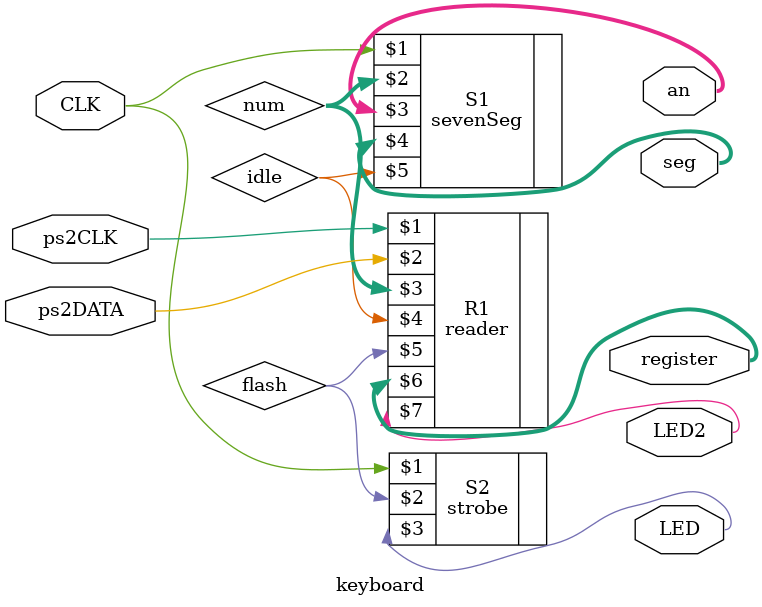
<source format=v>
module keyboard(CLK, ps2CLK, ps2DATA, an, seg, LED, LED2, register);
    
input ps2CLK, ps2DATA, CLK;
output LED, LED2;
output [3:0] an;
output [6:0] seg;
output [7:0] register;

wire [7:0] num;
wire idle, flash;

reader R1 (ps2CLK, ps2DATA, num, idle, flash, register, LED2);
sevenSeg S1 (CLK, num, an, seg, idle);
strobe S2 (CLK, flash, LED);

endmodule

</source>
